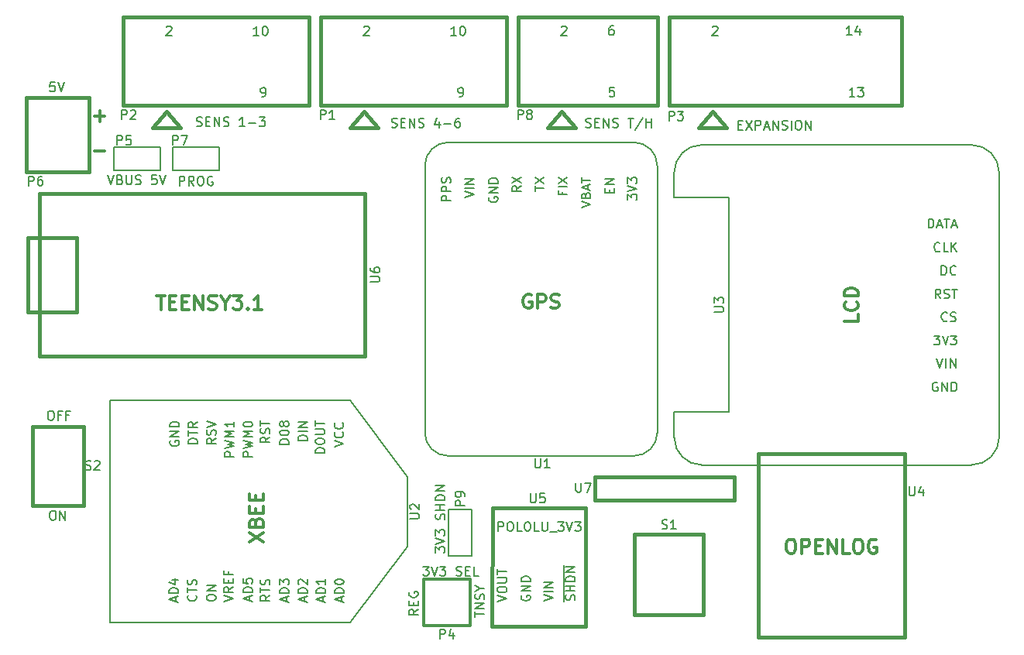
<source format=gto>
G04 (created by PCBNEW (2013-jul-07)-stable) date Mon 24 Nov 2014 01:28:27 PM PST*
%MOIN*%
G04 Gerber Fmt 3.4, Leading zero omitted, Abs format*
%FSLAX34Y34*%
G01*
G70*
G90*
G04 APERTURE LIST*
%ADD10C,0.00590551*%
%ADD11C,0.008*%
%ADD12C,0.012*%
%ADD13C,0.015*%
%ADD14C,0.006*%
G04 APERTURE END LIST*
G54D10*
G54D11*
X16935Y-17861D02*
X16935Y-17461D01*
X17088Y-17461D01*
X17126Y-17480D01*
X17145Y-17500D01*
X17164Y-17538D01*
X17164Y-17595D01*
X17145Y-17633D01*
X17126Y-17652D01*
X17088Y-17671D01*
X16935Y-17671D01*
X17564Y-17861D02*
X17430Y-17671D01*
X17335Y-17861D02*
X17335Y-17461D01*
X17488Y-17461D01*
X17526Y-17480D01*
X17545Y-17500D01*
X17564Y-17538D01*
X17564Y-17595D01*
X17545Y-17633D01*
X17526Y-17652D01*
X17488Y-17671D01*
X17335Y-17671D01*
X17811Y-17461D02*
X17888Y-17461D01*
X17926Y-17480D01*
X17964Y-17519D01*
X17983Y-17595D01*
X17983Y-17728D01*
X17964Y-17804D01*
X17926Y-17842D01*
X17888Y-17861D01*
X17811Y-17861D01*
X17773Y-17842D01*
X17735Y-17804D01*
X17716Y-17728D01*
X17716Y-17595D01*
X17735Y-17519D01*
X17773Y-17480D01*
X17811Y-17461D01*
X18364Y-17480D02*
X18326Y-17461D01*
X18269Y-17461D01*
X18211Y-17480D01*
X18173Y-17519D01*
X18154Y-17557D01*
X18135Y-17633D01*
X18135Y-17690D01*
X18154Y-17766D01*
X18173Y-17804D01*
X18211Y-17842D01*
X18269Y-17861D01*
X18307Y-17861D01*
X18364Y-17842D01*
X18383Y-17823D01*
X18383Y-17690D01*
X18307Y-17690D01*
X13852Y-17411D02*
X13985Y-17811D01*
X14119Y-17411D01*
X14385Y-17602D02*
X14442Y-17621D01*
X14461Y-17640D01*
X14480Y-17678D01*
X14480Y-17735D01*
X14461Y-17773D01*
X14442Y-17792D01*
X14404Y-17811D01*
X14252Y-17811D01*
X14252Y-17411D01*
X14385Y-17411D01*
X14423Y-17430D01*
X14442Y-17450D01*
X14461Y-17488D01*
X14461Y-17526D01*
X14442Y-17564D01*
X14423Y-17583D01*
X14385Y-17602D01*
X14252Y-17602D01*
X14652Y-17411D02*
X14652Y-17735D01*
X14671Y-17773D01*
X14690Y-17792D01*
X14728Y-17811D01*
X14804Y-17811D01*
X14842Y-17792D01*
X14861Y-17773D01*
X14880Y-17735D01*
X14880Y-17411D01*
X15052Y-17792D02*
X15109Y-17811D01*
X15204Y-17811D01*
X15242Y-17792D01*
X15261Y-17773D01*
X15280Y-17735D01*
X15280Y-17697D01*
X15261Y-17659D01*
X15242Y-17640D01*
X15204Y-17621D01*
X15128Y-17602D01*
X15090Y-17583D01*
X15071Y-17564D01*
X15052Y-17526D01*
X15052Y-17488D01*
X15071Y-17450D01*
X15090Y-17430D01*
X15128Y-17411D01*
X15223Y-17411D01*
X15280Y-17430D01*
X15947Y-17411D02*
X15757Y-17411D01*
X15738Y-17602D01*
X15757Y-17583D01*
X15795Y-17564D01*
X15890Y-17564D01*
X15928Y-17583D01*
X15947Y-17602D01*
X15966Y-17640D01*
X15966Y-17735D01*
X15947Y-17773D01*
X15928Y-17792D01*
X15890Y-17811D01*
X15795Y-17811D01*
X15757Y-17792D01*
X15738Y-17773D01*
X16080Y-17411D02*
X16214Y-17811D01*
X16347Y-17411D01*
X11571Y-13411D02*
X11380Y-13411D01*
X11361Y-13602D01*
X11380Y-13583D01*
X11419Y-13564D01*
X11514Y-13564D01*
X11552Y-13583D01*
X11571Y-13602D01*
X11590Y-13640D01*
X11590Y-13735D01*
X11571Y-13773D01*
X11552Y-13792D01*
X11514Y-13811D01*
X11419Y-13811D01*
X11380Y-13792D01*
X11361Y-13773D01*
X11704Y-13411D02*
X11838Y-13811D01*
X11971Y-13411D01*
X29661Y-36435D02*
X29661Y-36207D01*
X30061Y-36321D02*
X29661Y-36321D01*
X30061Y-36073D02*
X29661Y-36073D01*
X30061Y-35845D01*
X29661Y-35845D01*
X30042Y-35673D02*
X30061Y-35616D01*
X30061Y-35521D01*
X30042Y-35483D01*
X30023Y-35464D01*
X29985Y-35445D01*
X29947Y-35445D01*
X29909Y-35464D01*
X29890Y-35483D01*
X29871Y-35521D01*
X29852Y-35597D01*
X29833Y-35635D01*
X29814Y-35654D01*
X29776Y-35673D01*
X29738Y-35673D01*
X29700Y-35654D01*
X29680Y-35635D01*
X29661Y-35597D01*
X29661Y-35502D01*
X29680Y-35445D01*
X29871Y-35197D02*
X30061Y-35197D01*
X29661Y-35330D02*
X29871Y-35197D01*
X29661Y-35064D01*
X27211Y-36107D02*
X27021Y-36240D01*
X27211Y-36335D02*
X26811Y-36335D01*
X26811Y-36183D01*
X26830Y-36145D01*
X26850Y-36126D01*
X26888Y-36107D01*
X26945Y-36107D01*
X26983Y-36126D01*
X27002Y-36145D01*
X27021Y-36183D01*
X27021Y-36335D01*
X27002Y-35935D02*
X27002Y-35802D01*
X27211Y-35745D02*
X27211Y-35935D01*
X26811Y-35935D01*
X26811Y-35745D01*
X26830Y-35364D02*
X26811Y-35402D01*
X26811Y-35459D01*
X26830Y-35516D01*
X26869Y-35554D01*
X26907Y-35573D01*
X26983Y-35592D01*
X27040Y-35592D01*
X27116Y-35573D01*
X27154Y-35554D01*
X27192Y-35516D01*
X27211Y-35459D01*
X27211Y-35421D01*
X27192Y-35364D01*
X27173Y-35345D01*
X27040Y-35345D01*
X27040Y-35421D01*
X27419Y-34261D02*
X27666Y-34261D01*
X27533Y-34414D01*
X27590Y-34414D01*
X27628Y-34433D01*
X27647Y-34452D01*
X27666Y-34490D01*
X27666Y-34585D01*
X27647Y-34623D01*
X27628Y-34642D01*
X27590Y-34661D01*
X27476Y-34661D01*
X27438Y-34642D01*
X27419Y-34623D01*
X27780Y-34261D02*
X27914Y-34661D01*
X28047Y-34261D01*
X28142Y-34261D02*
X28390Y-34261D01*
X28257Y-34414D01*
X28314Y-34414D01*
X28352Y-34433D01*
X28371Y-34452D01*
X28390Y-34490D01*
X28390Y-34585D01*
X28371Y-34623D01*
X28352Y-34642D01*
X28314Y-34661D01*
X28200Y-34661D01*
X28161Y-34642D01*
X28142Y-34623D01*
X28847Y-34642D02*
X28904Y-34661D01*
X29000Y-34661D01*
X29038Y-34642D01*
X29057Y-34623D01*
X29076Y-34585D01*
X29076Y-34547D01*
X29057Y-34509D01*
X29038Y-34490D01*
X29000Y-34471D01*
X28923Y-34452D01*
X28885Y-34433D01*
X28866Y-34414D01*
X28847Y-34376D01*
X28847Y-34338D01*
X28866Y-34300D01*
X28885Y-34280D01*
X28923Y-34261D01*
X29019Y-34261D01*
X29076Y-34280D01*
X29247Y-34452D02*
X29380Y-34452D01*
X29438Y-34661D02*
X29247Y-34661D01*
X29247Y-34261D01*
X29438Y-34261D01*
X29800Y-34661D02*
X29609Y-34661D01*
X29609Y-34261D01*
X27961Y-33657D02*
X27961Y-33409D01*
X28114Y-33542D01*
X28114Y-33485D01*
X28133Y-33447D01*
X28152Y-33428D01*
X28190Y-33409D01*
X28285Y-33409D01*
X28323Y-33428D01*
X28342Y-33447D01*
X28361Y-33485D01*
X28361Y-33599D01*
X28342Y-33638D01*
X28323Y-33657D01*
X27961Y-33295D02*
X28361Y-33161D01*
X27961Y-33028D01*
X27961Y-32933D02*
X27961Y-32685D01*
X28114Y-32819D01*
X28114Y-32761D01*
X28133Y-32723D01*
X28152Y-32704D01*
X28190Y-32685D01*
X28285Y-32685D01*
X28323Y-32704D01*
X28342Y-32723D01*
X28361Y-32761D01*
X28361Y-32876D01*
X28342Y-32914D01*
X28323Y-32933D01*
X28342Y-32228D02*
X28361Y-32171D01*
X28361Y-32076D01*
X28342Y-32038D01*
X28323Y-32019D01*
X28285Y-32000D01*
X28247Y-32000D01*
X28209Y-32019D01*
X28190Y-32038D01*
X28171Y-32076D01*
X28152Y-32152D01*
X28133Y-32190D01*
X28114Y-32209D01*
X28076Y-32228D01*
X28038Y-32228D01*
X28000Y-32209D01*
X27980Y-32190D01*
X27961Y-32152D01*
X27961Y-32057D01*
X27980Y-32000D01*
X28361Y-31828D02*
X27961Y-31828D01*
X28152Y-31828D02*
X28152Y-31600D01*
X28361Y-31600D02*
X27961Y-31600D01*
X28361Y-31409D02*
X27961Y-31409D01*
X27961Y-31314D01*
X27980Y-31257D01*
X28019Y-31219D01*
X28057Y-31200D01*
X28133Y-31180D01*
X28190Y-31180D01*
X28266Y-31200D01*
X28304Y-31219D01*
X28342Y-31257D01*
X28361Y-31314D01*
X28361Y-31409D01*
X28361Y-31009D02*
X27961Y-31009D01*
X28361Y-30780D01*
X27961Y-30780D01*
G54D12*
X13271Y-16364D02*
X13728Y-16364D01*
X13271Y-14864D02*
X13728Y-14864D01*
X13500Y-15092D02*
X13500Y-14635D01*
G54D11*
X40988Y-15252D02*
X41121Y-15252D01*
X41178Y-15461D02*
X40988Y-15461D01*
X40988Y-15061D01*
X41178Y-15061D01*
X41311Y-15061D02*
X41578Y-15461D01*
X41578Y-15061D02*
X41311Y-15461D01*
X41730Y-15461D02*
X41730Y-15061D01*
X41883Y-15061D01*
X41921Y-15080D01*
X41940Y-15100D01*
X41959Y-15138D01*
X41959Y-15195D01*
X41940Y-15233D01*
X41921Y-15252D01*
X41883Y-15271D01*
X41730Y-15271D01*
X42111Y-15347D02*
X42302Y-15347D01*
X42073Y-15461D02*
X42207Y-15061D01*
X42340Y-15461D01*
X42473Y-15461D02*
X42473Y-15061D01*
X42702Y-15461D01*
X42702Y-15061D01*
X42873Y-15442D02*
X42930Y-15461D01*
X43026Y-15461D01*
X43064Y-15442D01*
X43083Y-15423D01*
X43102Y-15385D01*
X43102Y-15347D01*
X43083Y-15309D01*
X43064Y-15290D01*
X43026Y-15271D01*
X42950Y-15252D01*
X42911Y-15233D01*
X42892Y-15214D01*
X42873Y-15176D01*
X42873Y-15138D01*
X42892Y-15100D01*
X42911Y-15080D01*
X42950Y-15061D01*
X43045Y-15061D01*
X43102Y-15080D01*
X43273Y-15461D02*
X43273Y-15061D01*
X43540Y-15061D02*
X43616Y-15061D01*
X43654Y-15080D01*
X43692Y-15119D01*
X43711Y-15195D01*
X43711Y-15328D01*
X43692Y-15404D01*
X43654Y-15442D01*
X43616Y-15461D01*
X43540Y-15461D01*
X43502Y-15442D01*
X43464Y-15404D01*
X43445Y-15328D01*
X43445Y-15195D01*
X43464Y-15119D01*
X43502Y-15080D01*
X43540Y-15061D01*
X43883Y-15461D02*
X43883Y-15061D01*
X44111Y-15461D01*
X44111Y-15061D01*
X34430Y-15342D02*
X34488Y-15361D01*
X34583Y-15361D01*
X34621Y-15342D01*
X34640Y-15323D01*
X34659Y-15285D01*
X34659Y-15247D01*
X34640Y-15209D01*
X34621Y-15190D01*
X34583Y-15171D01*
X34507Y-15152D01*
X34469Y-15133D01*
X34450Y-15114D01*
X34430Y-15076D01*
X34430Y-15038D01*
X34450Y-15000D01*
X34469Y-14980D01*
X34507Y-14961D01*
X34602Y-14961D01*
X34659Y-14980D01*
X34830Y-15152D02*
X34964Y-15152D01*
X35021Y-15361D02*
X34830Y-15361D01*
X34830Y-14961D01*
X35021Y-14961D01*
X35192Y-15361D02*
X35192Y-14961D01*
X35421Y-15361D01*
X35421Y-14961D01*
X35592Y-15342D02*
X35650Y-15361D01*
X35745Y-15361D01*
X35783Y-15342D01*
X35802Y-15323D01*
X35821Y-15285D01*
X35821Y-15247D01*
X35802Y-15209D01*
X35783Y-15190D01*
X35745Y-15171D01*
X35669Y-15152D01*
X35630Y-15133D01*
X35611Y-15114D01*
X35592Y-15076D01*
X35592Y-15038D01*
X35611Y-15000D01*
X35630Y-14980D01*
X35669Y-14961D01*
X35764Y-14961D01*
X35821Y-14980D01*
X36240Y-14961D02*
X36469Y-14961D01*
X36354Y-15361D02*
X36354Y-14961D01*
X36888Y-14942D02*
X36545Y-15457D01*
X37021Y-15361D02*
X37021Y-14961D01*
X37021Y-15152D02*
X37250Y-15152D01*
X37250Y-15361D02*
X37250Y-14961D01*
X26073Y-15342D02*
X26130Y-15361D01*
X26226Y-15361D01*
X26264Y-15342D01*
X26283Y-15323D01*
X26302Y-15285D01*
X26302Y-15247D01*
X26283Y-15209D01*
X26264Y-15190D01*
X26226Y-15171D01*
X26150Y-15152D01*
X26111Y-15133D01*
X26092Y-15114D01*
X26073Y-15076D01*
X26073Y-15038D01*
X26092Y-15000D01*
X26111Y-14980D01*
X26150Y-14961D01*
X26245Y-14961D01*
X26302Y-14980D01*
X26473Y-15152D02*
X26607Y-15152D01*
X26664Y-15361D02*
X26473Y-15361D01*
X26473Y-14961D01*
X26664Y-14961D01*
X26835Y-15361D02*
X26835Y-14961D01*
X27064Y-15361D01*
X27064Y-14961D01*
X27235Y-15342D02*
X27292Y-15361D01*
X27388Y-15361D01*
X27426Y-15342D01*
X27445Y-15323D01*
X27464Y-15285D01*
X27464Y-15247D01*
X27445Y-15209D01*
X27426Y-15190D01*
X27388Y-15171D01*
X27311Y-15152D01*
X27273Y-15133D01*
X27254Y-15114D01*
X27235Y-15076D01*
X27235Y-15038D01*
X27254Y-15000D01*
X27273Y-14980D01*
X27311Y-14961D01*
X27407Y-14961D01*
X27464Y-14980D01*
X28111Y-15095D02*
X28111Y-15361D01*
X28016Y-14942D02*
X27921Y-15228D01*
X28169Y-15228D01*
X28321Y-15209D02*
X28626Y-15209D01*
X28988Y-14961D02*
X28911Y-14961D01*
X28873Y-14980D01*
X28854Y-15000D01*
X28816Y-15057D01*
X28797Y-15133D01*
X28797Y-15285D01*
X28816Y-15323D01*
X28835Y-15342D01*
X28873Y-15361D01*
X28950Y-15361D01*
X28988Y-15342D01*
X29007Y-15323D01*
X29026Y-15285D01*
X29026Y-15190D01*
X29007Y-15152D01*
X28988Y-15133D01*
X28950Y-15114D01*
X28873Y-15114D01*
X28835Y-15133D01*
X28816Y-15152D01*
X28797Y-15190D01*
X17673Y-15292D02*
X17730Y-15311D01*
X17826Y-15311D01*
X17864Y-15292D01*
X17883Y-15273D01*
X17902Y-15235D01*
X17902Y-15197D01*
X17883Y-15159D01*
X17864Y-15140D01*
X17826Y-15121D01*
X17750Y-15102D01*
X17711Y-15083D01*
X17692Y-15064D01*
X17673Y-15026D01*
X17673Y-14988D01*
X17692Y-14950D01*
X17711Y-14930D01*
X17750Y-14911D01*
X17845Y-14911D01*
X17902Y-14930D01*
X18073Y-15102D02*
X18207Y-15102D01*
X18264Y-15311D02*
X18073Y-15311D01*
X18073Y-14911D01*
X18264Y-14911D01*
X18435Y-15311D02*
X18435Y-14911D01*
X18664Y-15311D01*
X18664Y-14911D01*
X18835Y-15292D02*
X18892Y-15311D01*
X18988Y-15311D01*
X19026Y-15292D01*
X19045Y-15273D01*
X19064Y-15235D01*
X19064Y-15197D01*
X19045Y-15159D01*
X19026Y-15140D01*
X18988Y-15121D01*
X18911Y-15102D01*
X18873Y-15083D01*
X18854Y-15064D01*
X18835Y-15026D01*
X18835Y-14988D01*
X18854Y-14950D01*
X18873Y-14930D01*
X18911Y-14911D01*
X19007Y-14911D01*
X19064Y-14930D01*
X19750Y-15311D02*
X19521Y-15311D01*
X19635Y-15311D02*
X19635Y-14911D01*
X19597Y-14969D01*
X19559Y-15007D01*
X19521Y-15026D01*
X19921Y-15159D02*
X20226Y-15159D01*
X20378Y-14911D02*
X20626Y-14911D01*
X20492Y-15064D01*
X20550Y-15064D01*
X20588Y-15083D01*
X20607Y-15102D01*
X20626Y-15140D01*
X20626Y-15235D01*
X20607Y-15273D01*
X20588Y-15292D01*
X20550Y-15311D01*
X20435Y-15311D01*
X20397Y-15292D01*
X20378Y-15273D01*
X11369Y-27561D02*
X11445Y-27561D01*
X11483Y-27580D01*
X11521Y-27619D01*
X11540Y-27695D01*
X11540Y-27828D01*
X11521Y-27904D01*
X11483Y-27942D01*
X11445Y-27961D01*
X11369Y-27961D01*
X11330Y-27942D01*
X11292Y-27904D01*
X11273Y-27828D01*
X11273Y-27695D01*
X11292Y-27619D01*
X11330Y-27580D01*
X11369Y-27561D01*
X11845Y-27752D02*
X11711Y-27752D01*
X11711Y-27961D02*
X11711Y-27561D01*
X11902Y-27561D01*
X12188Y-27752D02*
X12054Y-27752D01*
X12054Y-27961D02*
X12054Y-27561D01*
X12245Y-27561D01*
X11452Y-31861D02*
X11528Y-31861D01*
X11566Y-31880D01*
X11604Y-31919D01*
X11623Y-31995D01*
X11623Y-32128D01*
X11604Y-32204D01*
X11566Y-32242D01*
X11528Y-32261D01*
X11452Y-32261D01*
X11414Y-32242D01*
X11376Y-32204D01*
X11357Y-32128D01*
X11357Y-31995D01*
X11376Y-31919D01*
X11414Y-31880D01*
X11452Y-31861D01*
X11795Y-32261D02*
X11795Y-31861D01*
X12023Y-32261D01*
X12023Y-31861D01*
G54D10*
X26747Y-33396D02*
X24287Y-36683D01*
X24287Y-27116D02*
X26747Y-30403D01*
X26747Y-30403D02*
X26747Y-33396D01*
X13952Y-27116D02*
X24287Y-27116D01*
X13952Y-27116D02*
X13952Y-36683D01*
X13952Y-36683D02*
X24287Y-36683D01*
G54D13*
X10900Y-23300D02*
X12500Y-23300D01*
X12500Y-23300D02*
X12500Y-20100D01*
X12500Y-20100D02*
X10900Y-20100D01*
X10900Y-20100D02*
X10400Y-20100D01*
X10400Y-20100D02*
X10400Y-23300D01*
X10400Y-23300D02*
X10900Y-23300D01*
X10900Y-25200D02*
X24900Y-25200D01*
X24900Y-25200D02*
X24900Y-18200D01*
X24900Y-18200D02*
X10900Y-18200D01*
X10900Y-18200D02*
X10900Y-25200D01*
X34800Y-30400D02*
X34800Y-31400D01*
X34800Y-31400D02*
X40800Y-31400D01*
X40800Y-31400D02*
X40800Y-30400D01*
X40800Y-30400D02*
X34800Y-30400D01*
X34400Y-36850D02*
X34400Y-31750D01*
X30380Y-36850D02*
X30400Y-31750D01*
X34400Y-36850D02*
X30400Y-36850D01*
X34400Y-31750D02*
X30400Y-31750D01*
G54D12*
X29450Y-36800D02*
X27450Y-36800D01*
X27450Y-36800D02*
X27450Y-34800D01*
X27450Y-34800D02*
X29450Y-34800D01*
X29450Y-34800D02*
X29450Y-36800D01*
G54D14*
X16640Y-17200D02*
X16640Y-16200D01*
X16640Y-16200D02*
X18640Y-16200D01*
X18640Y-16200D02*
X18640Y-17200D01*
X18640Y-17200D02*
X16640Y-17200D01*
X16100Y-16200D02*
X16100Y-17200D01*
X16100Y-17200D02*
X14100Y-17200D01*
X14100Y-17200D02*
X14100Y-16200D01*
X14100Y-16200D02*
X16100Y-16200D01*
X28500Y-31800D02*
X29500Y-31800D01*
X29500Y-31800D02*
X29500Y-33800D01*
X29500Y-33800D02*
X28500Y-33800D01*
X28500Y-33800D02*
X28500Y-31800D01*
G54D13*
X41850Y-29400D02*
X48150Y-29400D01*
X41850Y-37300D02*
X48150Y-37300D01*
X48150Y-29400D02*
X48150Y-37250D01*
X48150Y-37250D02*
X48150Y-37300D01*
X41850Y-29400D02*
X41850Y-37300D01*
X39476Y-36324D02*
X39476Y-32879D01*
X36523Y-32879D02*
X36523Y-36324D01*
X36523Y-36324D02*
X39476Y-36324D01*
X36523Y-32879D02*
X39476Y-32879D01*
X11700Y-31650D02*
X12800Y-31650D01*
X12800Y-31650D02*
X12800Y-28250D01*
X12800Y-28250D02*
X10600Y-28250D01*
X10600Y-28250D02*
X10600Y-31650D01*
X10600Y-31650D02*
X11700Y-31650D01*
G54D10*
X28500Y-16000D02*
G75*
G03X27500Y-17000I0J-1000D01*
G74*
G01*
X37500Y-17000D02*
G75*
G03X36500Y-16000I-1000J0D01*
G74*
G01*
X27500Y-28500D02*
G75*
G03X28500Y-29500I1000J0D01*
G74*
G01*
X36500Y-29500D02*
G75*
G03X37500Y-28500I0J1000D01*
G74*
G01*
X36500Y-16000D02*
X28500Y-16000D01*
X36500Y-29500D02*
X28500Y-29500D01*
X27500Y-28500D02*
X27500Y-17000D01*
X37500Y-28500D02*
X37500Y-17000D01*
X40590Y-18380D02*
X40590Y-27620D01*
X38230Y-27620D02*
X40590Y-27620D01*
X38230Y-18380D02*
X40590Y-18380D01*
X39410Y-16110D02*
G75*
G03X38230Y-17290I0J-1180D01*
G74*
G01*
X38230Y-28710D02*
G75*
G03X39410Y-29890I1180J0D01*
G74*
G01*
X38230Y-28710D02*
X38230Y-27620D01*
X38230Y-17290D02*
X38230Y-18380D01*
X51030Y-29890D02*
G75*
G03X52210Y-28710I0J1180D01*
G74*
G01*
X52210Y-17290D02*
G75*
G03X51030Y-16110I-1180J0D01*
G74*
G01*
X52210Y-17290D02*
X52210Y-28710D01*
X51030Y-29890D02*
X39410Y-29890D01*
X51030Y-16110D02*
X39410Y-16110D01*
G54D13*
X48000Y-10600D02*
X46000Y-10600D01*
X48000Y-14400D02*
X46000Y-14400D01*
X48000Y-12500D02*
X48000Y-14400D01*
X48000Y-12500D02*
X48000Y-10600D01*
X38000Y-10600D02*
X46000Y-10600D01*
X46000Y-14400D02*
X38000Y-14400D01*
X38000Y-14400D02*
X38000Y-10600D01*
X39283Y-15374D02*
X40465Y-15374D01*
X39888Y-14661D02*
X39288Y-15361D01*
X40488Y-15360D02*
X39888Y-14660D01*
X14500Y-10600D02*
X22500Y-10600D01*
X22500Y-10600D02*
X22500Y-14400D01*
X22500Y-14400D02*
X14500Y-14400D01*
X14500Y-14400D02*
X14500Y-10600D01*
X15783Y-15374D02*
X16965Y-15374D01*
X16388Y-14661D02*
X15788Y-15361D01*
X16988Y-15360D02*
X16388Y-14660D01*
X23000Y-10600D02*
X31000Y-10600D01*
X31000Y-10600D02*
X31000Y-14400D01*
X31000Y-14400D02*
X23000Y-14400D01*
X23000Y-14400D02*
X23000Y-10600D01*
X24283Y-15374D02*
X25465Y-15374D01*
X24888Y-14661D02*
X24288Y-15361D01*
X25488Y-15360D02*
X24888Y-14660D01*
X31500Y-14400D02*
X37500Y-14400D01*
X31500Y-10600D02*
X37500Y-10600D01*
X37500Y-10600D02*
X37500Y-14400D01*
X31500Y-14400D02*
X31500Y-10600D01*
X32783Y-15374D02*
X33965Y-15374D01*
X33388Y-14661D02*
X32788Y-15361D01*
X33988Y-15360D02*
X33388Y-14660D01*
X13040Y-14080D02*
X10340Y-14080D01*
X10340Y-14080D02*
X10340Y-17280D01*
X10340Y-17280D02*
X13040Y-17280D01*
X13040Y-17280D02*
X13040Y-14080D01*
G54D11*
X26861Y-32204D02*
X27185Y-32204D01*
X27223Y-32185D01*
X27242Y-32166D01*
X27261Y-32128D01*
X27261Y-32052D01*
X27242Y-32014D01*
X27223Y-31995D01*
X27185Y-31976D01*
X26861Y-31976D01*
X26900Y-31804D02*
X26880Y-31785D01*
X26861Y-31747D01*
X26861Y-31652D01*
X26880Y-31614D01*
X26900Y-31595D01*
X26938Y-31576D01*
X26976Y-31576D01*
X27033Y-31595D01*
X27261Y-31823D01*
X27261Y-31576D01*
G54D12*
X19942Y-33192D02*
X20542Y-32792D01*
X19942Y-32792D02*
X20542Y-33192D01*
X20228Y-32364D02*
X20257Y-32278D01*
X20285Y-32249D01*
X20342Y-32221D01*
X20428Y-32221D01*
X20485Y-32249D01*
X20514Y-32278D01*
X20542Y-32335D01*
X20542Y-32564D01*
X19942Y-32564D01*
X19942Y-32364D01*
X19971Y-32307D01*
X20000Y-32278D01*
X20057Y-32249D01*
X20114Y-32249D01*
X20171Y-32278D01*
X20200Y-32307D01*
X20228Y-32364D01*
X20228Y-32564D01*
X20228Y-31964D02*
X20228Y-31764D01*
X20542Y-31678D02*
X20542Y-31964D01*
X19942Y-31964D01*
X19942Y-31678D01*
X20228Y-31421D02*
X20228Y-31221D01*
X20542Y-31135D02*
X20542Y-31421D01*
X19942Y-31421D01*
X19942Y-31135D01*
G54D10*
X16774Y-35763D02*
X16774Y-35576D01*
X16887Y-35801D02*
X16493Y-35670D01*
X16887Y-35538D01*
X16887Y-35407D02*
X16493Y-35407D01*
X16493Y-35313D01*
X16512Y-35257D01*
X16549Y-35220D01*
X16587Y-35201D01*
X16662Y-35182D01*
X16718Y-35182D01*
X16793Y-35201D01*
X16831Y-35220D01*
X16868Y-35257D01*
X16887Y-35313D01*
X16887Y-35407D01*
X16624Y-34845D02*
X16887Y-34845D01*
X16474Y-34938D02*
X16756Y-35032D01*
X16756Y-34789D01*
X17637Y-35501D02*
X17655Y-35520D01*
X17674Y-35576D01*
X17674Y-35613D01*
X17655Y-35670D01*
X17618Y-35707D01*
X17580Y-35726D01*
X17505Y-35745D01*
X17449Y-35745D01*
X17374Y-35726D01*
X17337Y-35707D01*
X17299Y-35670D01*
X17281Y-35613D01*
X17281Y-35576D01*
X17299Y-35520D01*
X17318Y-35501D01*
X17281Y-35388D02*
X17281Y-35163D01*
X17674Y-35276D02*
X17281Y-35276D01*
X17655Y-35051D02*
X17674Y-34995D01*
X17674Y-34901D01*
X17655Y-34864D01*
X17637Y-34845D01*
X17599Y-34826D01*
X17562Y-34826D01*
X17524Y-34845D01*
X17505Y-34864D01*
X17487Y-34901D01*
X17468Y-34976D01*
X17449Y-35013D01*
X17430Y-35032D01*
X17393Y-35051D01*
X17355Y-35051D01*
X17318Y-35032D01*
X17299Y-35013D01*
X17281Y-34976D01*
X17281Y-34882D01*
X17299Y-34826D01*
X18107Y-35647D02*
X18107Y-35572D01*
X18126Y-35535D01*
X18164Y-35497D01*
X18239Y-35478D01*
X18370Y-35478D01*
X18445Y-35497D01*
X18482Y-35535D01*
X18501Y-35572D01*
X18501Y-35647D01*
X18482Y-35685D01*
X18445Y-35722D01*
X18370Y-35741D01*
X18239Y-35741D01*
X18164Y-35722D01*
X18126Y-35685D01*
X18107Y-35647D01*
X18501Y-35310D02*
X18107Y-35310D01*
X18501Y-35085D01*
X18107Y-35085D01*
X18855Y-35763D02*
X19249Y-35632D01*
X18855Y-35501D01*
X19249Y-35145D02*
X19062Y-35276D01*
X19249Y-35370D02*
X18855Y-35370D01*
X18855Y-35220D01*
X18874Y-35182D01*
X18893Y-35163D01*
X18930Y-35145D01*
X18987Y-35145D01*
X19024Y-35163D01*
X19043Y-35182D01*
X19062Y-35220D01*
X19062Y-35370D01*
X19043Y-34976D02*
X19043Y-34845D01*
X19249Y-34789D02*
X19249Y-34976D01*
X18855Y-34976D01*
X18855Y-34789D01*
X19043Y-34489D02*
X19043Y-34620D01*
X19249Y-34620D02*
X18855Y-34620D01*
X18855Y-34432D01*
X19963Y-35724D02*
X19963Y-35537D01*
X20076Y-35762D02*
X19682Y-35630D01*
X20076Y-35499D01*
X20076Y-35368D02*
X19682Y-35368D01*
X19682Y-35274D01*
X19701Y-35218D01*
X19738Y-35180D01*
X19776Y-35162D01*
X19851Y-35143D01*
X19907Y-35143D01*
X19982Y-35162D01*
X20020Y-35180D01*
X20057Y-35218D01*
X20076Y-35274D01*
X20076Y-35368D01*
X19682Y-34787D02*
X19682Y-34974D01*
X19870Y-34993D01*
X19851Y-34974D01*
X19832Y-34937D01*
X19832Y-34843D01*
X19851Y-34805D01*
X19870Y-34787D01*
X19907Y-34768D01*
X20001Y-34768D01*
X20038Y-34787D01*
X20057Y-34805D01*
X20076Y-34843D01*
X20076Y-34937D01*
X20057Y-34974D01*
X20038Y-34993D01*
X20824Y-35501D02*
X20636Y-35632D01*
X20824Y-35726D02*
X20430Y-35726D01*
X20430Y-35576D01*
X20449Y-35538D01*
X20468Y-35520D01*
X20505Y-35501D01*
X20561Y-35501D01*
X20599Y-35520D01*
X20618Y-35538D01*
X20636Y-35576D01*
X20636Y-35726D01*
X20430Y-35388D02*
X20430Y-35163D01*
X20824Y-35276D02*
X20430Y-35276D01*
X20805Y-35051D02*
X20824Y-34995D01*
X20824Y-34901D01*
X20805Y-34864D01*
X20786Y-34845D01*
X20749Y-34826D01*
X20711Y-34826D01*
X20674Y-34845D01*
X20655Y-34864D01*
X20636Y-34901D01*
X20618Y-34976D01*
X20599Y-35013D01*
X20580Y-35032D01*
X20543Y-35051D01*
X20505Y-35051D01*
X20468Y-35032D01*
X20449Y-35013D01*
X20430Y-34976D01*
X20430Y-34882D01*
X20449Y-34826D01*
X21538Y-35763D02*
X21538Y-35576D01*
X21651Y-35801D02*
X21257Y-35670D01*
X21651Y-35538D01*
X21651Y-35407D02*
X21257Y-35407D01*
X21257Y-35313D01*
X21276Y-35257D01*
X21313Y-35220D01*
X21351Y-35201D01*
X21426Y-35182D01*
X21482Y-35182D01*
X21557Y-35201D01*
X21594Y-35220D01*
X21632Y-35257D01*
X21651Y-35313D01*
X21651Y-35407D01*
X21257Y-35051D02*
X21257Y-34807D01*
X21407Y-34938D01*
X21407Y-34882D01*
X21426Y-34845D01*
X21444Y-34826D01*
X21482Y-34807D01*
X21576Y-34807D01*
X21613Y-34826D01*
X21632Y-34845D01*
X21651Y-34882D01*
X21651Y-34995D01*
X21632Y-35032D01*
X21613Y-35051D01*
X22326Y-35763D02*
X22326Y-35576D01*
X22438Y-35801D02*
X22044Y-35670D01*
X22438Y-35538D01*
X22438Y-35407D02*
X22044Y-35407D01*
X22044Y-35313D01*
X22063Y-35257D01*
X22101Y-35220D01*
X22138Y-35201D01*
X22213Y-35182D01*
X22269Y-35182D01*
X22344Y-35201D01*
X22382Y-35220D01*
X22419Y-35257D01*
X22438Y-35313D01*
X22438Y-35407D01*
X22082Y-35032D02*
X22063Y-35013D01*
X22044Y-34976D01*
X22044Y-34882D01*
X22063Y-34845D01*
X22082Y-34826D01*
X22119Y-34807D01*
X22157Y-34807D01*
X22213Y-34826D01*
X22438Y-35051D01*
X22438Y-34807D01*
X23113Y-35763D02*
X23113Y-35576D01*
X23225Y-35801D02*
X22832Y-35670D01*
X23225Y-35538D01*
X23225Y-35407D02*
X22832Y-35407D01*
X22832Y-35313D01*
X22850Y-35257D01*
X22888Y-35220D01*
X22925Y-35201D01*
X23000Y-35182D01*
X23057Y-35182D01*
X23132Y-35201D01*
X23169Y-35220D01*
X23207Y-35257D01*
X23225Y-35313D01*
X23225Y-35407D01*
X23225Y-34807D02*
X23225Y-35032D01*
X23225Y-34920D02*
X22832Y-34920D01*
X22888Y-34957D01*
X22925Y-34995D01*
X22944Y-35032D01*
X23900Y-35763D02*
X23900Y-35576D01*
X24013Y-35801D02*
X23619Y-35670D01*
X24013Y-35538D01*
X24013Y-35407D02*
X23619Y-35407D01*
X23619Y-35313D01*
X23638Y-35257D01*
X23675Y-35220D01*
X23713Y-35201D01*
X23788Y-35182D01*
X23844Y-35182D01*
X23919Y-35201D01*
X23957Y-35220D01*
X23994Y-35257D01*
X24013Y-35313D01*
X24013Y-35407D01*
X23619Y-34938D02*
X23619Y-34901D01*
X23638Y-34864D01*
X23657Y-34845D01*
X23694Y-34826D01*
X23769Y-34807D01*
X23863Y-34807D01*
X23938Y-34826D01*
X23975Y-34845D01*
X23994Y-34864D01*
X24013Y-34901D01*
X24013Y-34938D01*
X23994Y-34976D01*
X23975Y-34995D01*
X23938Y-35013D01*
X23863Y-35032D01*
X23769Y-35032D01*
X23694Y-35013D01*
X23657Y-34995D01*
X23638Y-34976D01*
X23619Y-34938D01*
X16551Y-28853D02*
X16532Y-28891D01*
X16532Y-28947D01*
X16551Y-29003D01*
X16589Y-29040D01*
X16626Y-29059D01*
X16701Y-29078D01*
X16757Y-29078D01*
X16832Y-29059D01*
X16870Y-29040D01*
X16907Y-29003D01*
X16926Y-28947D01*
X16926Y-28909D01*
X16907Y-28853D01*
X16889Y-28834D01*
X16757Y-28834D01*
X16757Y-28909D01*
X16926Y-28666D02*
X16532Y-28666D01*
X16926Y-28441D01*
X16532Y-28441D01*
X16926Y-28253D02*
X16532Y-28253D01*
X16532Y-28159D01*
X16551Y-28103D01*
X16589Y-28066D01*
X16626Y-28047D01*
X16701Y-28028D01*
X16757Y-28028D01*
X16832Y-28047D01*
X16870Y-28066D01*
X16907Y-28103D01*
X16926Y-28159D01*
X16926Y-28253D01*
X17714Y-28964D02*
X17320Y-28964D01*
X17320Y-28870D01*
X17339Y-28814D01*
X17376Y-28776D01*
X17414Y-28757D01*
X17489Y-28739D01*
X17545Y-28739D01*
X17620Y-28757D01*
X17657Y-28776D01*
X17695Y-28814D01*
X17714Y-28870D01*
X17714Y-28964D01*
X17320Y-28626D02*
X17320Y-28401D01*
X17714Y-28514D02*
X17320Y-28514D01*
X17714Y-28045D02*
X17526Y-28176D01*
X17714Y-28270D02*
X17320Y-28270D01*
X17320Y-28120D01*
X17339Y-28082D01*
X17357Y-28064D01*
X17395Y-28045D01*
X17451Y-28045D01*
X17489Y-28064D01*
X17507Y-28082D01*
X17526Y-28120D01*
X17526Y-28270D01*
X18501Y-28748D02*
X18314Y-28879D01*
X18501Y-28973D02*
X18107Y-28973D01*
X18107Y-28823D01*
X18126Y-28786D01*
X18145Y-28767D01*
X18182Y-28748D01*
X18239Y-28748D01*
X18276Y-28767D01*
X18295Y-28786D01*
X18314Y-28823D01*
X18314Y-28973D01*
X18482Y-28598D02*
X18501Y-28542D01*
X18501Y-28448D01*
X18482Y-28411D01*
X18463Y-28392D01*
X18426Y-28373D01*
X18388Y-28373D01*
X18351Y-28392D01*
X18332Y-28411D01*
X18314Y-28448D01*
X18295Y-28523D01*
X18276Y-28561D01*
X18257Y-28579D01*
X18220Y-28598D01*
X18182Y-28598D01*
X18145Y-28579D01*
X18126Y-28561D01*
X18107Y-28523D01*
X18107Y-28429D01*
X18126Y-28373D01*
X18107Y-28261D02*
X18501Y-28129D01*
X18107Y-27998D01*
X19288Y-29530D02*
X18895Y-29530D01*
X18895Y-29380D01*
X18913Y-29342D01*
X18932Y-29324D01*
X18970Y-29305D01*
X19026Y-29305D01*
X19063Y-29324D01*
X19082Y-29342D01*
X19101Y-29380D01*
X19101Y-29530D01*
X18895Y-29174D02*
X19288Y-29080D01*
X19007Y-29005D01*
X19288Y-28930D01*
X18895Y-28836D01*
X19288Y-28686D02*
X18895Y-28686D01*
X19176Y-28555D01*
X18895Y-28424D01*
X19288Y-28424D01*
X19288Y-28030D02*
X19288Y-28255D01*
X19288Y-28142D02*
X18895Y-28142D01*
X18951Y-28180D01*
X18988Y-28217D01*
X19007Y-28255D01*
X20076Y-29530D02*
X19682Y-29530D01*
X19682Y-29380D01*
X19701Y-29342D01*
X19720Y-29324D01*
X19757Y-29305D01*
X19813Y-29305D01*
X19851Y-29324D01*
X19870Y-29342D01*
X19888Y-29380D01*
X19888Y-29530D01*
X19682Y-29174D02*
X20076Y-29080D01*
X19795Y-29005D01*
X20076Y-28930D01*
X19682Y-28836D01*
X20076Y-28686D02*
X19682Y-28686D01*
X19963Y-28555D01*
X19682Y-28424D01*
X20076Y-28424D01*
X19682Y-28161D02*
X19682Y-28124D01*
X19701Y-28086D01*
X19720Y-28067D01*
X19757Y-28049D01*
X19832Y-28030D01*
X19926Y-28030D01*
X20001Y-28049D01*
X20038Y-28067D01*
X20057Y-28086D01*
X20076Y-28124D01*
X20076Y-28161D01*
X20057Y-28199D01*
X20038Y-28217D01*
X20001Y-28236D01*
X19926Y-28255D01*
X19832Y-28255D01*
X19757Y-28236D01*
X19720Y-28217D01*
X19701Y-28199D01*
X19682Y-28161D01*
X20824Y-28690D02*
X20636Y-28821D01*
X20824Y-28915D02*
X20430Y-28915D01*
X20430Y-28765D01*
X20449Y-28727D01*
X20468Y-28709D01*
X20505Y-28690D01*
X20561Y-28690D01*
X20599Y-28709D01*
X20618Y-28727D01*
X20636Y-28765D01*
X20636Y-28915D01*
X20805Y-28540D02*
X20824Y-28484D01*
X20824Y-28390D01*
X20805Y-28352D01*
X20786Y-28334D01*
X20749Y-28315D01*
X20711Y-28315D01*
X20674Y-28334D01*
X20655Y-28352D01*
X20636Y-28390D01*
X20618Y-28465D01*
X20599Y-28502D01*
X20580Y-28521D01*
X20543Y-28540D01*
X20505Y-28540D01*
X20468Y-28521D01*
X20449Y-28502D01*
X20430Y-28465D01*
X20430Y-28371D01*
X20449Y-28315D01*
X20430Y-28202D02*
X20430Y-27977D01*
X20824Y-28090D02*
X20430Y-28090D01*
X21651Y-28992D02*
X21257Y-28992D01*
X21257Y-28898D01*
X21276Y-28842D01*
X21313Y-28804D01*
X21351Y-28786D01*
X21426Y-28767D01*
X21482Y-28767D01*
X21557Y-28786D01*
X21594Y-28804D01*
X21632Y-28842D01*
X21651Y-28898D01*
X21651Y-28992D01*
X21257Y-28523D02*
X21257Y-28486D01*
X21276Y-28448D01*
X21294Y-28429D01*
X21332Y-28411D01*
X21407Y-28392D01*
X21501Y-28392D01*
X21576Y-28411D01*
X21613Y-28429D01*
X21632Y-28448D01*
X21651Y-28486D01*
X21651Y-28523D01*
X21632Y-28561D01*
X21613Y-28579D01*
X21576Y-28598D01*
X21501Y-28617D01*
X21407Y-28617D01*
X21332Y-28598D01*
X21294Y-28579D01*
X21276Y-28561D01*
X21257Y-28523D01*
X21426Y-28167D02*
X21407Y-28204D01*
X21388Y-28223D01*
X21351Y-28242D01*
X21332Y-28242D01*
X21294Y-28223D01*
X21276Y-28204D01*
X21257Y-28167D01*
X21257Y-28092D01*
X21276Y-28054D01*
X21294Y-28036D01*
X21332Y-28017D01*
X21351Y-28017D01*
X21388Y-28036D01*
X21407Y-28054D01*
X21426Y-28092D01*
X21426Y-28167D01*
X21444Y-28204D01*
X21463Y-28223D01*
X21501Y-28242D01*
X21576Y-28242D01*
X21613Y-28223D01*
X21632Y-28204D01*
X21651Y-28167D01*
X21651Y-28092D01*
X21632Y-28054D01*
X21613Y-28036D01*
X21576Y-28017D01*
X21501Y-28017D01*
X21463Y-28036D01*
X21444Y-28054D01*
X21426Y-28092D01*
X22438Y-28838D02*
X22044Y-28838D01*
X22044Y-28744D01*
X22063Y-28688D01*
X22101Y-28651D01*
X22138Y-28632D01*
X22213Y-28613D01*
X22269Y-28613D01*
X22344Y-28632D01*
X22382Y-28651D01*
X22419Y-28688D01*
X22438Y-28744D01*
X22438Y-28838D01*
X22438Y-28444D02*
X22044Y-28444D01*
X22438Y-28257D02*
X22044Y-28257D01*
X22438Y-28032D01*
X22044Y-28032D01*
X23186Y-29376D02*
X22792Y-29376D01*
X22792Y-29282D01*
X22811Y-29226D01*
X22849Y-29189D01*
X22886Y-29170D01*
X22961Y-29151D01*
X23017Y-29151D01*
X23092Y-29170D01*
X23130Y-29189D01*
X23167Y-29226D01*
X23186Y-29282D01*
X23186Y-29376D01*
X22792Y-28907D02*
X22792Y-28832D01*
X22811Y-28795D01*
X22849Y-28757D01*
X22924Y-28739D01*
X23055Y-28739D01*
X23130Y-28757D01*
X23167Y-28795D01*
X23186Y-28832D01*
X23186Y-28907D01*
X23167Y-28945D01*
X23130Y-28982D01*
X23055Y-29001D01*
X22924Y-29001D01*
X22849Y-28982D01*
X22811Y-28945D01*
X22792Y-28907D01*
X22792Y-28570D02*
X23111Y-28570D01*
X23149Y-28551D01*
X23167Y-28532D01*
X23186Y-28495D01*
X23186Y-28420D01*
X23167Y-28382D01*
X23149Y-28364D01*
X23111Y-28345D01*
X22792Y-28345D01*
X22792Y-28214D02*
X22792Y-27989D01*
X23186Y-28101D02*
X22792Y-28101D01*
X23599Y-29098D02*
X23993Y-28966D01*
X23599Y-28835D01*
X23956Y-28479D02*
X23974Y-28498D01*
X23993Y-28554D01*
X23993Y-28591D01*
X23974Y-28648D01*
X23937Y-28685D01*
X23899Y-28704D01*
X23824Y-28723D01*
X23768Y-28723D01*
X23693Y-28704D01*
X23656Y-28685D01*
X23618Y-28648D01*
X23599Y-28591D01*
X23599Y-28554D01*
X23618Y-28498D01*
X23637Y-28479D01*
X23956Y-28085D02*
X23974Y-28104D01*
X23993Y-28160D01*
X23993Y-28198D01*
X23974Y-28254D01*
X23937Y-28292D01*
X23899Y-28310D01*
X23824Y-28329D01*
X23768Y-28329D01*
X23693Y-28310D01*
X23656Y-28292D01*
X23618Y-28254D01*
X23599Y-28198D01*
X23599Y-28160D01*
X23618Y-28104D01*
X23637Y-28085D01*
G54D11*
X25161Y-22004D02*
X25485Y-22004D01*
X25523Y-21985D01*
X25542Y-21966D01*
X25561Y-21928D01*
X25561Y-21852D01*
X25542Y-21814D01*
X25523Y-21795D01*
X25485Y-21776D01*
X25161Y-21776D01*
X25161Y-21414D02*
X25161Y-21490D01*
X25180Y-21528D01*
X25200Y-21547D01*
X25257Y-21585D01*
X25333Y-21604D01*
X25485Y-21604D01*
X25523Y-21585D01*
X25542Y-21566D01*
X25561Y-21528D01*
X25561Y-21452D01*
X25542Y-21414D01*
X25523Y-21395D01*
X25485Y-21376D01*
X25390Y-21376D01*
X25352Y-21395D01*
X25333Y-21414D01*
X25314Y-21452D01*
X25314Y-21528D01*
X25333Y-21566D01*
X25352Y-21585D01*
X25390Y-21604D01*
G54D12*
X15964Y-22592D02*
X16307Y-22592D01*
X16135Y-23192D02*
X16135Y-22592D01*
X16507Y-22878D02*
X16707Y-22878D01*
X16792Y-23192D02*
X16507Y-23192D01*
X16507Y-22592D01*
X16792Y-22592D01*
X17050Y-22878D02*
X17250Y-22878D01*
X17335Y-23192D02*
X17050Y-23192D01*
X17050Y-22592D01*
X17335Y-22592D01*
X17592Y-23192D02*
X17592Y-22592D01*
X17935Y-23192D01*
X17935Y-22592D01*
X18192Y-23164D02*
X18278Y-23192D01*
X18421Y-23192D01*
X18478Y-23164D01*
X18507Y-23135D01*
X18535Y-23078D01*
X18535Y-23021D01*
X18507Y-22964D01*
X18478Y-22935D01*
X18421Y-22907D01*
X18307Y-22878D01*
X18250Y-22850D01*
X18221Y-22821D01*
X18192Y-22764D01*
X18192Y-22707D01*
X18221Y-22650D01*
X18250Y-22621D01*
X18307Y-22592D01*
X18450Y-22592D01*
X18535Y-22621D01*
X18907Y-22907D02*
X18907Y-23192D01*
X18707Y-22592D02*
X18907Y-22907D01*
X19107Y-22592D01*
X19250Y-22592D02*
X19621Y-22592D01*
X19421Y-22821D01*
X19507Y-22821D01*
X19564Y-22850D01*
X19592Y-22878D01*
X19621Y-22935D01*
X19621Y-23078D01*
X19592Y-23135D01*
X19564Y-23164D01*
X19507Y-23192D01*
X19335Y-23192D01*
X19278Y-23164D01*
X19250Y-23135D01*
X19878Y-23135D02*
X19907Y-23164D01*
X19878Y-23192D01*
X19850Y-23164D01*
X19878Y-23135D01*
X19878Y-23192D01*
X20478Y-23192D02*
X20135Y-23192D01*
X20307Y-23192D02*
X20307Y-22592D01*
X20250Y-22678D01*
X20192Y-22735D01*
X20135Y-22764D01*
G54D11*
X33995Y-30661D02*
X33995Y-30985D01*
X34014Y-31023D01*
X34033Y-31042D01*
X34071Y-31061D01*
X34147Y-31061D01*
X34185Y-31042D01*
X34204Y-31023D01*
X34223Y-30985D01*
X34223Y-30661D01*
X34376Y-30661D02*
X34642Y-30661D01*
X34471Y-31061D01*
X32045Y-31111D02*
X32045Y-31435D01*
X32064Y-31473D01*
X32083Y-31492D01*
X32121Y-31511D01*
X32197Y-31511D01*
X32235Y-31492D01*
X32254Y-31473D01*
X32273Y-31435D01*
X32273Y-31111D01*
X32654Y-31111D02*
X32464Y-31111D01*
X32445Y-31302D01*
X32464Y-31283D01*
X32502Y-31264D01*
X32597Y-31264D01*
X32635Y-31283D01*
X32654Y-31302D01*
X32673Y-31340D01*
X32673Y-31435D01*
X32654Y-31473D01*
X32635Y-31492D01*
X32597Y-31511D01*
X32502Y-31511D01*
X32464Y-31492D01*
X32445Y-31473D01*
X30658Y-32741D02*
X30658Y-32341D01*
X30810Y-32341D01*
X30848Y-32360D01*
X30867Y-32380D01*
X30886Y-32418D01*
X30886Y-32475D01*
X30867Y-32513D01*
X30848Y-32532D01*
X30810Y-32551D01*
X30658Y-32551D01*
X31134Y-32341D02*
X31210Y-32341D01*
X31248Y-32360D01*
X31286Y-32399D01*
X31305Y-32475D01*
X31305Y-32608D01*
X31286Y-32684D01*
X31248Y-32722D01*
X31210Y-32741D01*
X31134Y-32741D01*
X31096Y-32722D01*
X31058Y-32684D01*
X31039Y-32608D01*
X31039Y-32475D01*
X31058Y-32399D01*
X31096Y-32360D01*
X31134Y-32341D01*
X31667Y-32741D02*
X31477Y-32741D01*
X31477Y-32341D01*
X31877Y-32341D02*
X31953Y-32341D01*
X31991Y-32360D01*
X32029Y-32399D01*
X32048Y-32475D01*
X32048Y-32608D01*
X32029Y-32684D01*
X31991Y-32722D01*
X31953Y-32741D01*
X31877Y-32741D01*
X31839Y-32722D01*
X31800Y-32684D01*
X31781Y-32608D01*
X31781Y-32475D01*
X31800Y-32399D01*
X31839Y-32360D01*
X31877Y-32341D01*
X32410Y-32741D02*
X32220Y-32741D01*
X32220Y-32341D01*
X32543Y-32341D02*
X32543Y-32665D01*
X32562Y-32703D01*
X32581Y-32722D01*
X32620Y-32741D01*
X32696Y-32741D01*
X32734Y-32722D01*
X32753Y-32703D01*
X32772Y-32665D01*
X32772Y-32341D01*
X32867Y-32780D02*
X33172Y-32780D01*
X33229Y-32341D02*
X33477Y-32341D01*
X33343Y-32494D01*
X33400Y-32494D01*
X33439Y-32513D01*
X33458Y-32532D01*
X33477Y-32570D01*
X33477Y-32665D01*
X33458Y-32703D01*
X33439Y-32722D01*
X33400Y-32741D01*
X33286Y-32741D01*
X33248Y-32722D01*
X33229Y-32703D01*
X33591Y-32341D02*
X33724Y-32741D01*
X33858Y-32341D01*
X33953Y-32341D02*
X34200Y-32341D01*
X34067Y-32494D01*
X34124Y-32494D01*
X34162Y-32513D01*
X34181Y-32532D01*
X34200Y-32570D01*
X34200Y-32665D01*
X34181Y-32703D01*
X34162Y-32722D01*
X34124Y-32741D01*
X34010Y-32741D01*
X33972Y-32722D01*
X33953Y-32703D01*
G54D10*
X30625Y-35763D02*
X31019Y-35632D01*
X30625Y-35501D01*
X30625Y-35294D02*
X30625Y-35219D01*
X30644Y-35182D01*
X30681Y-35144D01*
X30756Y-35126D01*
X30888Y-35126D01*
X30963Y-35144D01*
X31000Y-35182D01*
X31019Y-35219D01*
X31019Y-35294D01*
X31000Y-35332D01*
X30963Y-35369D01*
X30888Y-35388D01*
X30756Y-35388D01*
X30681Y-35369D01*
X30644Y-35332D01*
X30625Y-35294D01*
X30625Y-34957D02*
X30944Y-34957D01*
X30981Y-34938D01*
X31000Y-34920D01*
X31019Y-34882D01*
X31019Y-34807D01*
X31000Y-34770D01*
X30981Y-34751D01*
X30944Y-34732D01*
X30625Y-34732D01*
X30625Y-34601D02*
X30625Y-34376D01*
X31019Y-34488D02*
X30625Y-34488D01*
X31664Y-35509D02*
X31645Y-35547D01*
X31645Y-35603D01*
X31664Y-35659D01*
X31701Y-35697D01*
X31739Y-35716D01*
X31814Y-35734D01*
X31870Y-35734D01*
X31945Y-35716D01*
X31983Y-35697D01*
X32020Y-35659D01*
X32039Y-35603D01*
X32039Y-35566D01*
X32020Y-35509D01*
X32001Y-35491D01*
X31870Y-35491D01*
X31870Y-35566D01*
X32039Y-35322D02*
X31645Y-35322D01*
X32039Y-35097D01*
X31645Y-35097D01*
X32039Y-34910D02*
X31645Y-34910D01*
X31645Y-34816D01*
X31664Y-34760D01*
X31701Y-34722D01*
X31739Y-34703D01*
X31814Y-34685D01*
X31870Y-34685D01*
X31945Y-34703D01*
X31983Y-34722D01*
X32020Y-34760D01*
X32039Y-34816D01*
X32039Y-34910D01*
X32605Y-35741D02*
X32999Y-35609D01*
X32605Y-35478D01*
X32999Y-35347D02*
X32605Y-35347D01*
X32999Y-35160D02*
X32605Y-35160D01*
X32999Y-34935D01*
X32605Y-34935D01*
X33940Y-35711D02*
X33959Y-35655D01*
X33959Y-35561D01*
X33940Y-35524D01*
X33921Y-35505D01*
X33884Y-35486D01*
X33846Y-35486D01*
X33809Y-35505D01*
X33790Y-35524D01*
X33771Y-35561D01*
X33753Y-35636D01*
X33734Y-35674D01*
X33715Y-35693D01*
X33678Y-35711D01*
X33640Y-35711D01*
X33603Y-35693D01*
X33584Y-35674D01*
X33565Y-35636D01*
X33565Y-35543D01*
X33584Y-35486D01*
X33959Y-35318D02*
X33565Y-35318D01*
X33753Y-35318D02*
X33753Y-35093D01*
X33959Y-35093D02*
X33565Y-35093D01*
X33959Y-34905D02*
X33565Y-34905D01*
X33565Y-34811D01*
X33584Y-34755D01*
X33621Y-34718D01*
X33659Y-34699D01*
X33734Y-34680D01*
X33790Y-34680D01*
X33865Y-34699D01*
X33903Y-34718D01*
X33940Y-34755D01*
X33959Y-34811D01*
X33959Y-34905D01*
X33959Y-34511D02*
X33565Y-34511D01*
X33959Y-34286D01*
X33565Y-34286D01*
X33475Y-35786D02*
X33475Y-34193D01*
G54D11*
X28154Y-37361D02*
X28154Y-36961D01*
X28307Y-36961D01*
X28345Y-36980D01*
X28364Y-37000D01*
X28383Y-37038D01*
X28383Y-37095D01*
X28364Y-37133D01*
X28345Y-37152D01*
X28307Y-37171D01*
X28154Y-37171D01*
X28726Y-37095D02*
X28726Y-37361D01*
X28630Y-36942D02*
X28535Y-37228D01*
X28783Y-37228D01*
X16654Y-16111D02*
X16654Y-15711D01*
X16807Y-15711D01*
X16845Y-15730D01*
X16864Y-15750D01*
X16883Y-15788D01*
X16883Y-15845D01*
X16864Y-15883D01*
X16845Y-15902D01*
X16807Y-15921D01*
X16654Y-15921D01*
X17016Y-15711D02*
X17283Y-15711D01*
X17111Y-16111D01*
X14254Y-16111D02*
X14254Y-15711D01*
X14407Y-15711D01*
X14445Y-15730D01*
X14464Y-15750D01*
X14483Y-15788D01*
X14483Y-15845D01*
X14464Y-15883D01*
X14445Y-15902D01*
X14407Y-15921D01*
X14254Y-15921D01*
X14845Y-15711D02*
X14654Y-15711D01*
X14635Y-15902D01*
X14654Y-15883D01*
X14692Y-15864D01*
X14788Y-15864D01*
X14826Y-15883D01*
X14845Y-15902D01*
X14864Y-15940D01*
X14864Y-16035D01*
X14845Y-16073D01*
X14826Y-16092D01*
X14788Y-16111D01*
X14692Y-16111D01*
X14654Y-16092D01*
X14635Y-16073D01*
X29211Y-31645D02*
X28811Y-31645D01*
X28811Y-31492D01*
X28830Y-31454D01*
X28850Y-31435D01*
X28888Y-31416D01*
X28945Y-31416D01*
X28983Y-31435D01*
X29002Y-31454D01*
X29021Y-31492D01*
X29021Y-31645D01*
X29211Y-31226D02*
X29211Y-31149D01*
X29192Y-31111D01*
X29173Y-31092D01*
X29116Y-31054D01*
X29040Y-31035D01*
X28888Y-31035D01*
X28850Y-31054D01*
X28830Y-31073D01*
X28811Y-31111D01*
X28811Y-31188D01*
X28830Y-31226D01*
X28850Y-31245D01*
X28888Y-31264D01*
X28983Y-31264D01*
X29021Y-31245D01*
X29040Y-31226D01*
X29059Y-31188D01*
X29059Y-31111D01*
X29040Y-31073D01*
X29021Y-31054D01*
X28983Y-31035D01*
X48345Y-30811D02*
X48345Y-31135D01*
X48364Y-31173D01*
X48383Y-31192D01*
X48421Y-31211D01*
X48497Y-31211D01*
X48535Y-31192D01*
X48554Y-31173D01*
X48573Y-31135D01*
X48573Y-30811D01*
X48935Y-30945D02*
X48935Y-31211D01*
X48840Y-30792D02*
X48745Y-31078D01*
X48992Y-31078D01*
G54D12*
X43200Y-33092D02*
X43314Y-33092D01*
X43371Y-33121D01*
X43428Y-33178D01*
X43457Y-33292D01*
X43457Y-33492D01*
X43428Y-33607D01*
X43371Y-33664D01*
X43314Y-33692D01*
X43200Y-33692D01*
X43142Y-33664D01*
X43085Y-33607D01*
X43057Y-33492D01*
X43057Y-33292D01*
X43085Y-33178D01*
X43142Y-33121D01*
X43200Y-33092D01*
X43714Y-33692D02*
X43714Y-33092D01*
X43942Y-33092D01*
X44000Y-33121D01*
X44028Y-33150D01*
X44057Y-33207D01*
X44057Y-33292D01*
X44028Y-33350D01*
X44000Y-33378D01*
X43942Y-33407D01*
X43714Y-33407D01*
X44314Y-33378D02*
X44514Y-33378D01*
X44600Y-33692D02*
X44314Y-33692D01*
X44314Y-33092D01*
X44600Y-33092D01*
X44857Y-33692D02*
X44857Y-33092D01*
X45200Y-33692D01*
X45200Y-33092D01*
X45771Y-33692D02*
X45485Y-33692D01*
X45485Y-33092D01*
X46085Y-33092D02*
X46200Y-33092D01*
X46257Y-33121D01*
X46314Y-33178D01*
X46342Y-33292D01*
X46342Y-33492D01*
X46314Y-33607D01*
X46257Y-33664D01*
X46200Y-33692D01*
X46085Y-33692D01*
X46028Y-33664D01*
X45971Y-33607D01*
X45942Y-33492D01*
X45942Y-33292D01*
X45971Y-33178D01*
X46028Y-33121D01*
X46085Y-33092D01*
X46914Y-33121D02*
X46857Y-33092D01*
X46771Y-33092D01*
X46685Y-33121D01*
X46628Y-33178D01*
X46599Y-33235D01*
X46571Y-33350D01*
X46571Y-33435D01*
X46599Y-33550D01*
X46628Y-33607D01*
X46685Y-33664D01*
X46771Y-33692D01*
X46828Y-33692D01*
X46914Y-33664D01*
X46942Y-33635D01*
X46942Y-33435D01*
X46828Y-33435D01*
G54D10*
X37700Y-32626D02*
X37756Y-32645D01*
X37850Y-32645D01*
X37887Y-32626D01*
X37906Y-32608D01*
X37925Y-32570D01*
X37925Y-32533D01*
X37906Y-32495D01*
X37887Y-32476D01*
X37850Y-32458D01*
X37775Y-32439D01*
X37737Y-32420D01*
X37718Y-32401D01*
X37700Y-32364D01*
X37700Y-32326D01*
X37718Y-32289D01*
X37737Y-32270D01*
X37775Y-32251D01*
X37868Y-32251D01*
X37925Y-32270D01*
X38299Y-32645D02*
X38074Y-32645D01*
X38187Y-32645D02*
X38187Y-32251D01*
X38149Y-32308D01*
X38112Y-32345D01*
X38074Y-32364D01*
G54D11*
X12895Y-30092D02*
X12952Y-30111D01*
X13047Y-30111D01*
X13085Y-30092D01*
X13104Y-30073D01*
X13123Y-30035D01*
X13123Y-29997D01*
X13104Y-29959D01*
X13085Y-29940D01*
X13047Y-29921D01*
X12971Y-29902D01*
X12933Y-29883D01*
X12914Y-29864D01*
X12895Y-29826D01*
X12895Y-29788D01*
X12914Y-29750D01*
X12933Y-29730D01*
X12971Y-29711D01*
X13066Y-29711D01*
X13123Y-29730D01*
X13276Y-29750D02*
X13295Y-29730D01*
X13333Y-29711D01*
X13428Y-29711D01*
X13466Y-29730D01*
X13485Y-29750D01*
X13504Y-29788D01*
X13504Y-29826D01*
X13485Y-29883D01*
X13257Y-30111D01*
X13504Y-30111D01*
X32245Y-29611D02*
X32245Y-29935D01*
X32264Y-29973D01*
X32283Y-29992D01*
X32321Y-30011D01*
X32397Y-30011D01*
X32435Y-29992D01*
X32454Y-29973D01*
X32473Y-29935D01*
X32473Y-29611D01*
X32873Y-30011D02*
X32645Y-30011D01*
X32759Y-30011D02*
X32759Y-29611D01*
X32721Y-29669D01*
X32683Y-29707D01*
X32645Y-29726D01*
G54D12*
X32071Y-22571D02*
X32014Y-22542D01*
X31928Y-22542D01*
X31842Y-22571D01*
X31785Y-22628D01*
X31757Y-22685D01*
X31728Y-22800D01*
X31728Y-22885D01*
X31757Y-23000D01*
X31785Y-23057D01*
X31842Y-23114D01*
X31928Y-23142D01*
X31985Y-23142D01*
X32071Y-23114D01*
X32100Y-23085D01*
X32100Y-22885D01*
X31985Y-22885D01*
X32357Y-23142D02*
X32357Y-22542D01*
X32585Y-22542D01*
X32642Y-22571D01*
X32671Y-22600D01*
X32700Y-22657D01*
X32700Y-22742D01*
X32671Y-22800D01*
X32642Y-22828D01*
X32585Y-22857D01*
X32357Y-22857D01*
X32928Y-23114D02*
X33014Y-23142D01*
X33157Y-23142D01*
X33214Y-23114D01*
X33242Y-23085D01*
X33271Y-23028D01*
X33271Y-22971D01*
X33242Y-22914D01*
X33214Y-22885D01*
X33157Y-22857D01*
X33042Y-22828D01*
X32985Y-22800D01*
X32957Y-22771D01*
X32928Y-22714D01*
X32928Y-22657D01*
X32957Y-22600D01*
X32985Y-22571D01*
X33042Y-22542D01*
X33185Y-22542D01*
X33271Y-22571D01*
G54D10*
X28609Y-18517D02*
X28215Y-18517D01*
X28215Y-18367D01*
X28234Y-18329D01*
X28253Y-18311D01*
X28290Y-18292D01*
X28346Y-18292D01*
X28384Y-18311D01*
X28403Y-18329D01*
X28421Y-18367D01*
X28421Y-18517D01*
X28609Y-18123D02*
X28215Y-18123D01*
X28215Y-17973D01*
X28234Y-17936D01*
X28253Y-17917D01*
X28290Y-17898D01*
X28346Y-17898D01*
X28384Y-17917D01*
X28403Y-17936D01*
X28421Y-17973D01*
X28421Y-18123D01*
X28590Y-17748D02*
X28609Y-17692D01*
X28609Y-17598D01*
X28590Y-17561D01*
X28571Y-17542D01*
X28534Y-17523D01*
X28496Y-17523D01*
X28459Y-17542D01*
X28440Y-17561D01*
X28421Y-17598D01*
X28403Y-17673D01*
X28384Y-17711D01*
X28365Y-17730D01*
X28328Y-17748D01*
X28290Y-17748D01*
X28253Y-17730D01*
X28234Y-17711D01*
X28215Y-17673D01*
X28215Y-17580D01*
X28234Y-17523D01*
X29225Y-18371D02*
X29619Y-18239D01*
X29225Y-18108D01*
X29619Y-17977D02*
X29225Y-17977D01*
X29619Y-17790D02*
X29225Y-17790D01*
X29619Y-17565D01*
X29225Y-17565D01*
X30264Y-18359D02*
X30245Y-18397D01*
X30245Y-18453D01*
X30264Y-18509D01*
X30301Y-18547D01*
X30339Y-18566D01*
X30414Y-18584D01*
X30470Y-18584D01*
X30545Y-18566D01*
X30583Y-18547D01*
X30620Y-18509D01*
X30639Y-18453D01*
X30639Y-18416D01*
X30620Y-18359D01*
X30601Y-18341D01*
X30470Y-18341D01*
X30470Y-18416D01*
X30639Y-18172D02*
X30245Y-18172D01*
X30639Y-17947D01*
X30245Y-17947D01*
X30639Y-17760D02*
X30245Y-17760D01*
X30245Y-17666D01*
X30264Y-17610D01*
X30301Y-17572D01*
X30339Y-17553D01*
X30414Y-17535D01*
X30470Y-17535D01*
X30545Y-17553D01*
X30583Y-17572D01*
X30620Y-17610D01*
X30639Y-17666D01*
X30639Y-17760D01*
X31649Y-17885D02*
X31461Y-18016D01*
X31649Y-18110D02*
X31255Y-18110D01*
X31255Y-17960D01*
X31274Y-17923D01*
X31293Y-17904D01*
X31330Y-17885D01*
X31386Y-17885D01*
X31424Y-17904D01*
X31443Y-17923D01*
X31461Y-17960D01*
X31461Y-18110D01*
X31255Y-17754D02*
X31649Y-17491D01*
X31255Y-17491D02*
X31649Y-17754D01*
X32235Y-18099D02*
X32235Y-17874D01*
X32629Y-17987D02*
X32235Y-17987D01*
X32235Y-17781D02*
X32629Y-17518D01*
X32235Y-17518D02*
X32629Y-17781D01*
X33423Y-18124D02*
X33423Y-18256D01*
X33629Y-18256D02*
X33235Y-18256D01*
X33235Y-18068D01*
X33629Y-17918D02*
X33235Y-17918D01*
X33235Y-17768D02*
X33629Y-17506D01*
X33235Y-17506D02*
X33629Y-17768D01*
X34235Y-18806D02*
X34629Y-18675D01*
X34235Y-18544D01*
X34423Y-18281D02*
X34441Y-18225D01*
X34460Y-18206D01*
X34498Y-18188D01*
X34554Y-18188D01*
X34591Y-18206D01*
X34610Y-18225D01*
X34629Y-18263D01*
X34629Y-18413D01*
X34235Y-18413D01*
X34235Y-18281D01*
X34254Y-18244D01*
X34273Y-18225D01*
X34310Y-18206D01*
X34348Y-18206D01*
X34385Y-18225D01*
X34404Y-18244D01*
X34423Y-18281D01*
X34423Y-18413D01*
X34516Y-18038D02*
X34516Y-17850D01*
X34629Y-18075D02*
X34235Y-17944D01*
X34629Y-17813D01*
X34235Y-17738D02*
X34235Y-17513D01*
X34629Y-17625D02*
X34235Y-17625D01*
X35433Y-18160D02*
X35433Y-18029D01*
X35639Y-17973D02*
X35639Y-18160D01*
X35245Y-18160D01*
X35245Y-17973D01*
X35639Y-17804D02*
X35245Y-17804D01*
X35639Y-17579D01*
X35245Y-17579D01*
X36225Y-18477D02*
X36225Y-18233D01*
X36375Y-18364D01*
X36375Y-18308D01*
X36394Y-18271D01*
X36413Y-18252D01*
X36450Y-18233D01*
X36544Y-18233D01*
X36581Y-18252D01*
X36600Y-18271D01*
X36619Y-18308D01*
X36619Y-18421D01*
X36600Y-18458D01*
X36581Y-18477D01*
X36225Y-18121D02*
X36619Y-17990D01*
X36225Y-17858D01*
X36225Y-17765D02*
X36225Y-17521D01*
X36375Y-17652D01*
X36375Y-17596D01*
X36394Y-17558D01*
X36413Y-17540D01*
X36450Y-17521D01*
X36544Y-17521D01*
X36581Y-17540D01*
X36600Y-17558D01*
X36619Y-17596D01*
X36619Y-17708D01*
X36600Y-17746D01*
X36581Y-17765D01*
G54D11*
X39961Y-23304D02*
X40285Y-23304D01*
X40323Y-23285D01*
X40342Y-23266D01*
X40361Y-23228D01*
X40361Y-23152D01*
X40342Y-23114D01*
X40323Y-23095D01*
X40285Y-23076D01*
X39961Y-23076D01*
X39961Y-22923D02*
X39961Y-22676D01*
X40114Y-22809D01*
X40114Y-22752D01*
X40133Y-22714D01*
X40152Y-22695D01*
X40190Y-22676D01*
X40285Y-22676D01*
X40323Y-22695D01*
X40342Y-22714D01*
X40361Y-22752D01*
X40361Y-22866D01*
X40342Y-22904D01*
X40323Y-22923D01*
G54D12*
X46142Y-23414D02*
X46142Y-23700D01*
X45542Y-23700D01*
X46085Y-22871D02*
X46114Y-22900D01*
X46142Y-22985D01*
X46142Y-23042D01*
X46114Y-23128D01*
X46057Y-23185D01*
X46000Y-23214D01*
X45885Y-23242D01*
X45800Y-23242D01*
X45685Y-23214D01*
X45628Y-23185D01*
X45571Y-23128D01*
X45542Y-23042D01*
X45542Y-22985D01*
X45571Y-22900D01*
X45600Y-22871D01*
X46142Y-22614D02*
X45542Y-22614D01*
X45542Y-22471D01*
X45571Y-22385D01*
X45628Y-22328D01*
X45685Y-22300D01*
X45800Y-22271D01*
X45885Y-22271D01*
X46000Y-22300D01*
X46057Y-22328D01*
X46114Y-22385D01*
X46142Y-22471D01*
X46142Y-22614D01*
G54D10*
X49560Y-26344D02*
X49522Y-26325D01*
X49466Y-26325D01*
X49410Y-26344D01*
X49372Y-26381D01*
X49353Y-26419D01*
X49335Y-26494D01*
X49335Y-26550D01*
X49353Y-26625D01*
X49372Y-26663D01*
X49410Y-26700D01*
X49466Y-26719D01*
X49503Y-26719D01*
X49560Y-26700D01*
X49578Y-26681D01*
X49578Y-26550D01*
X49503Y-26550D01*
X49747Y-26719D02*
X49747Y-26325D01*
X49972Y-26719D01*
X49972Y-26325D01*
X50159Y-26719D02*
X50159Y-26325D01*
X50253Y-26325D01*
X50309Y-26344D01*
X50347Y-26381D01*
X50366Y-26419D01*
X50384Y-26494D01*
X50384Y-26550D01*
X50366Y-26625D01*
X50347Y-26663D01*
X50309Y-26700D01*
X50253Y-26719D01*
X50159Y-26719D01*
X49528Y-25315D02*
X49660Y-25709D01*
X49791Y-25315D01*
X49922Y-25709D02*
X49922Y-25315D01*
X50109Y-25709D02*
X50109Y-25315D01*
X50334Y-25709D01*
X50334Y-25315D01*
X49412Y-24325D02*
X49656Y-24325D01*
X49525Y-24475D01*
X49581Y-24475D01*
X49618Y-24494D01*
X49637Y-24513D01*
X49656Y-24550D01*
X49656Y-24644D01*
X49637Y-24681D01*
X49618Y-24700D01*
X49581Y-24719D01*
X49468Y-24719D01*
X49431Y-24700D01*
X49412Y-24681D01*
X49768Y-24325D02*
X49900Y-24719D01*
X50031Y-24325D01*
X50124Y-24325D02*
X50368Y-24325D01*
X50237Y-24475D01*
X50293Y-24475D01*
X50331Y-24494D01*
X50349Y-24513D01*
X50368Y-24550D01*
X50368Y-24644D01*
X50349Y-24681D01*
X50331Y-24700D01*
X50293Y-24719D01*
X50181Y-24719D01*
X50143Y-24700D01*
X50124Y-24681D01*
X49974Y-23671D02*
X49955Y-23690D01*
X49899Y-23709D01*
X49861Y-23709D01*
X49805Y-23690D01*
X49768Y-23653D01*
X49749Y-23615D01*
X49730Y-23540D01*
X49730Y-23484D01*
X49749Y-23409D01*
X49768Y-23371D01*
X49805Y-23334D01*
X49861Y-23315D01*
X49899Y-23315D01*
X49955Y-23334D01*
X49974Y-23353D01*
X50124Y-23690D02*
X50180Y-23709D01*
X50274Y-23709D01*
X50311Y-23690D01*
X50330Y-23671D01*
X50349Y-23634D01*
X50349Y-23596D01*
X50330Y-23559D01*
X50311Y-23540D01*
X50274Y-23521D01*
X50199Y-23503D01*
X50161Y-23484D01*
X50143Y-23465D01*
X50124Y-23428D01*
X50124Y-23390D01*
X50143Y-23353D01*
X50161Y-23334D01*
X50199Y-23315D01*
X50293Y-23315D01*
X50349Y-23334D01*
X49694Y-22719D02*
X49563Y-22531D01*
X49469Y-22719D02*
X49469Y-22325D01*
X49619Y-22325D01*
X49656Y-22344D01*
X49675Y-22363D01*
X49694Y-22400D01*
X49694Y-22456D01*
X49675Y-22494D01*
X49656Y-22513D01*
X49619Y-22531D01*
X49469Y-22531D01*
X49844Y-22700D02*
X49900Y-22719D01*
X49994Y-22719D01*
X50031Y-22700D01*
X50050Y-22681D01*
X50069Y-22644D01*
X50069Y-22606D01*
X50050Y-22569D01*
X50031Y-22550D01*
X49994Y-22531D01*
X49919Y-22513D01*
X49881Y-22494D01*
X49863Y-22475D01*
X49844Y-22438D01*
X49844Y-22400D01*
X49863Y-22363D01*
X49881Y-22344D01*
X49919Y-22325D01*
X50013Y-22325D01*
X50069Y-22344D01*
X50181Y-22325D02*
X50406Y-22325D01*
X50294Y-22719D02*
X50294Y-22325D01*
X49730Y-21709D02*
X49730Y-21315D01*
X49823Y-21315D01*
X49880Y-21334D01*
X49917Y-21371D01*
X49936Y-21409D01*
X49955Y-21484D01*
X49955Y-21540D01*
X49936Y-21615D01*
X49917Y-21653D01*
X49880Y-21690D01*
X49823Y-21709D01*
X49730Y-21709D01*
X50348Y-21671D02*
X50329Y-21690D01*
X50273Y-21709D01*
X50236Y-21709D01*
X50179Y-21690D01*
X50142Y-21653D01*
X50123Y-21615D01*
X50104Y-21540D01*
X50104Y-21484D01*
X50123Y-21409D01*
X50142Y-21371D01*
X50179Y-21334D01*
X50236Y-21315D01*
X50273Y-21315D01*
X50329Y-21334D01*
X50348Y-21353D01*
X49665Y-20671D02*
X49646Y-20690D01*
X49590Y-20709D01*
X49553Y-20709D01*
X49496Y-20690D01*
X49459Y-20653D01*
X49440Y-20615D01*
X49421Y-20540D01*
X49421Y-20484D01*
X49440Y-20409D01*
X49459Y-20371D01*
X49496Y-20334D01*
X49553Y-20315D01*
X49590Y-20315D01*
X49646Y-20334D01*
X49665Y-20353D01*
X50021Y-20709D02*
X49834Y-20709D01*
X49834Y-20315D01*
X50153Y-20709D02*
X50153Y-20315D01*
X50378Y-20709D02*
X50209Y-20484D01*
X50378Y-20315D02*
X50153Y-20540D01*
X49169Y-19689D02*
X49169Y-19295D01*
X49263Y-19295D01*
X49319Y-19314D01*
X49356Y-19351D01*
X49375Y-19389D01*
X49394Y-19464D01*
X49394Y-19520D01*
X49375Y-19595D01*
X49356Y-19633D01*
X49319Y-19670D01*
X49263Y-19689D01*
X49169Y-19689D01*
X49544Y-19576D02*
X49731Y-19576D01*
X49506Y-19689D02*
X49638Y-19295D01*
X49769Y-19689D01*
X49844Y-19295D02*
X50069Y-19295D01*
X49956Y-19689D02*
X49956Y-19295D01*
X50181Y-19576D02*
X50369Y-19576D01*
X50144Y-19689D02*
X50275Y-19295D01*
X50406Y-19689D01*
G54D11*
X38004Y-15061D02*
X38004Y-14661D01*
X38157Y-14661D01*
X38195Y-14680D01*
X38214Y-14700D01*
X38233Y-14738D01*
X38233Y-14795D01*
X38214Y-14833D01*
X38195Y-14852D01*
X38157Y-14871D01*
X38004Y-14871D01*
X38366Y-14661D02*
X38614Y-14661D01*
X38480Y-14814D01*
X38538Y-14814D01*
X38576Y-14833D01*
X38595Y-14852D01*
X38614Y-14890D01*
X38614Y-14985D01*
X38595Y-15023D01*
X38576Y-15042D01*
X38538Y-15061D01*
X38423Y-15061D01*
X38385Y-15042D01*
X38366Y-15023D01*
X45873Y-11386D02*
X45645Y-11386D01*
X45759Y-11386D02*
X45759Y-10986D01*
X45721Y-11044D01*
X45683Y-11082D01*
X45645Y-11101D01*
X46216Y-11120D02*
X46216Y-11386D01*
X46121Y-10967D02*
X46026Y-11253D01*
X46273Y-11253D01*
X45998Y-14036D02*
X45770Y-14036D01*
X45884Y-14036D02*
X45884Y-13636D01*
X45846Y-13694D01*
X45808Y-13732D01*
X45770Y-13751D01*
X46132Y-13636D02*
X46379Y-13636D01*
X46246Y-13789D01*
X46303Y-13789D01*
X46341Y-13808D01*
X46360Y-13827D01*
X46379Y-13865D01*
X46379Y-13960D01*
X46360Y-13998D01*
X46341Y-14017D01*
X46303Y-14036D01*
X46189Y-14036D01*
X46151Y-14017D01*
X46132Y-13998D01*
X39877Y-11040D02*
X39896Y-11020D01*
X39934Y-11001D01*
X40030Y-11001D01*
X40068Y-11020D01*
X40087Y-11040D01*
X40106Y-11078D01*
X40106Y-11116D01*
X40087Y-11173D01*
X39858Y-11401D01*
X40106Y-11401D01*
X14454Y-15011D02*
X14454Y-14611D01*
X14607Y-14611D01*
X14645Y-14630D01*
X14664Y-14650D01*
X14683Y-14688D01*
X14683Y-14745D01*
X14664Y-14783D01*
X14645Y-14802D01*
X14607Y-14821D01*
X14454Y-14821D01*
X14835Y-14650D02*
X14854Y-14630D01*
X14892Y-14611D01*
X14988Y-14611D01*
X15026Y-14630D01*
X15045Y-14650D01*
X15064Y-14688D01*
X15064Y-14726D01*
X15045Y-14783D01*
X14816Y-15011D01*
X15064Y-15011D01*
X20352Y-11401D02*
X20124Y-11401D01*
X20238Y-11401D02*
X20238Y-11001D01*
X20200Y-11059D01*
X20162Y-11097D01*
X20124Y-11116D01*
X20600Y-11001D02*
X20638Y-11001D01*
X20676Y-11020D01*
X20695Y-11040D01*
X20714Y-11078D01*
X20733Y-11154D01*
X20733Y-11249D01*
X20714Y-11325D01*
X20695Y-11363D01*
X20676Y-11382D01*
X20638Y-11401D01*
X20600Y-11401D01*
X20562Y-11382D01*
X20543Y-11363D01*
X20524Y-11325D01*
X20505Y-11249D01*
X20505Y-11154D01*
X20524Y-11078D01*
X20543Y-11040D01*
X20562Y-11020D01*
X20600Y-11001D01*
X20470Y-14039D02*
X20547Y-14039D01*
X20585Y-14020D01*
X20604Y-14001D01*
X20642Y-13944D01*
X20661Y-13868D01*
X20661Y-13716D01*
X20642Y-13678D01*
X20623Y-13658D01*
X20585Y-13639D01*
X20508Y-13639D01*
X20470Y-13658D01*
X20451Y-13678D01*
X20432Y-13716D01*
X20432Y-13811D01*
X20451Y-13849D01*
X20470Y-13868D01*
X20508Y-13887D01*
X20585Y-13887D01*
X20623Y-13868D01*
X20642Y-13849D01*
X20661Y-13811D01*
X16377Y-11040D02*
X16396Y-11020D01*
X16434Y-11001D01*
X16530Y-11001D01*
X16568Y-11020D01*
X16587Y-11040D01*
X16606Y-11078D01*
X16606Y-11116D01*
X16587Y-11173D01*
X16358Y-11401D01*
X16606Y-11401D01*
X23004Y-15011D02*
X23004Y-14611D01*
X23157Y-14611D01*
X23195Y-14630D01*
X23214Y-14650D01*
X23233Y-14688D01*
X23233Y-14745D01*
X23214Y-14783D01*
X23195Y-14802D01*
X23157Y-14821D01*
X23004Y-14821D01*
X23614Y-15011D02*
X23385Y-15011D01*
X23500Y-15011D02*
X23500Y-14611D01*
X23461Y-14669D01*
X23423Y-14707D01*
X23385Y-14726D01*
X28852Y-11401D02*
X28624Y-11401D01*
X28738Y-11401D02*
X28738Y-11001D01*
X28700Y-11059D01*
X28662Y-11097D01*
X28624Y-11116D01*
X29100Y-11001D02*
X29138Y-11001D01*
X29176Y-11020D01*
X29195Y-11040D01*
X29214Y-11078D01*
X29233Y-11154D01*
X29233Y-11249D01*
X29214Y-11325D01*
X29195Y-11363D01*
X29176Y-11382D01*
X29138Y-11401D01*
X29100Y-11401D01*
X29062Y-11382D01*
X29043Y-11363D01*
X29024Y-11325D01*
X29005Y-11249D01*
X29005Y-11154D01*
X29024Y-11078D01*
X29043Y-11040D01*
X29062Y-11020D01*
X29100Y-11001D01*
X28970Y-14039D02*
X29047Y-14039D01*
X29085Y-14020D01*
X29104Y-14001D01*
X29142Y-13944D01*
X29161Y-13868D01*
X29161Y-13716D01*
X29142Y-13678D01*
X29123Y-13658D01*
X29085Y-13639D01*
X29008Y-13639D01*
X28970Y-13658D01*
X28951Y-13678D01*
X28932Y-13716D01*
X28932Y-13811D01*
X28951Y-13849D01*
X28970Y-13868D01*
X29008Y-13887D01*
X29085Y-13887D01*
X29123Y-13868D01*
X29142Y-13849D01*
X29161Y-13811D01*
X24877Y-11040D02*
X24896Y-11020D01*
X24934Y-11001D01*
X25030Y-11001D01*
X25068Y-11020D01*
X25087Y-11040D01*
X25106Y-11078D01*
X25106Y-11116D01*
X25087Y-11173D01*
X24858Y-11401D01*
X25106Y-11401D01*
X31504Y-15011D02*
X31504Y-14611D01*
X31657Y-14611D01*
X31695Y-14630D01*
X31714Y-14650D01*
X31733Y-14688D01*
X31733Y-14745D01*
X31714Y-14783D01*
X31695Y-14802D01*
X31657Y-14821D01*
X31504Y-14821D01*
X31961Y-14783D02*
X31923Y-14764D01*
X31904Y-14745D01*
X31885Y-14707D01*
X31885Y-14688D01*
X31904Y-14650D01*
X31923Y-14630D01*
X31961Y-14611D01*
X32038Y-14611D01*
X32076Y-14630D01*
X32095Y-14650D01*
X32114Y-14688D01*
X32114Y-14707D01*
X32095Y-14745D01*
X32076Y-14764D01*
X32038Y-14783D01*
X31961Y-14783D01*
X31923Y-14802D01*
X31904Y-14821D01*
X31885Y-14859D01*
X31885Y-14935D01*
X31904Y-14973D01*
X31923Y-14992D01*
X31961Y-15011D01*
X32038Y-15011D01*
X32076Y-14992D01*
X32095Y-14973D01*
X32114Y-14935D01*
X32114Y-14859D01*
X32095Y-14821D01*
X32076Y-14802D01*
X32038Y-14783D01*
X35601Y-10986D02*
X35525Y-10986D01*
X35486Y-11005D01*
X35467Y-11025D01*
X35429Y-11082D01*
X35410Y-11158D01*
X35410Y-11310D01*
X35429Y-11348D01*
X35448Y-11367D01*
X35486Y-11386D01*
X35563Y-11386D01*
X35601Y-11367D01*
X35620Y-11348D01*
X35639Y-11310D01*
X35639Y-11215D01*
X35620Y-11177D01*
X35601Y-11158D01*
X35563Y-11139D01*
X35486Y-11139D01*
X35448Y-11158D01*
X35429Y-11177D01*
X35410Y-11215D01*
X35645Y-13636D02*
X35454Y-13636D01*
X35435Y-13827D01*
X35454Y-13808D01*
X35492Y-13789D01*
X35588Y-13789D01*
X35626Y-13808D01*
X35645Y-13827D01*
X35664Y-13865D01*
X35664Y-13960D01*
X35645Y-13998D01*
X35626Y-14017D01*
X35588Y-14036D01*
X35492Y-14036D01*
X35454Y-14017D01*
X35435Y-13998D01*
X33377Y-11040D02*
X33396Y-11020D01*
X33434Y-11001D01*
X33530Y-11001D01*
X33568Y-11020D01*
X33587Y-11040D01*
X33606Y-11078D01*
X33606Y-11116D01*
X33587Y-11173D01*
X33358Y-11401D01*
X33606Y-11401D01*
X10454Y-17861D02*
X10454Y-17461D01*
X10607Y-17461D01*
X10645Y-17480D01*
X10664Y-17500D01*
X10683Y-17538D01*
X10683Y-17595D01*
X10664Y-17633D01*
X10645Y-17652D01*
X10607Y-17671D01*
X10454Y-17671D01*
X11026Y-17461D02*
X10950Y-17461D01*
X10911Y-17480D01*
X10892Y-17500D01*
X10854Y-17557D01*
X10835Y-17633D01*
X10835Y-17785D01*
X10854Y-17823D01*
X10873Y-17842D01*
X10911Y-17861D01*
X10988Y-17861D01*
X11026Y-17842D01*
X11045Y-17823D01*
X11064Y-17785D01*
X11064Y-17690D01*
X11045Y-17652D01*
X11026Y-17633D01*
X10988Y-17614D01*
X10911Y-17614D01*
X10873Y-17633D01*
X10854Y-17652D01*
X10835Y-17690D01*
M02*

</source>
